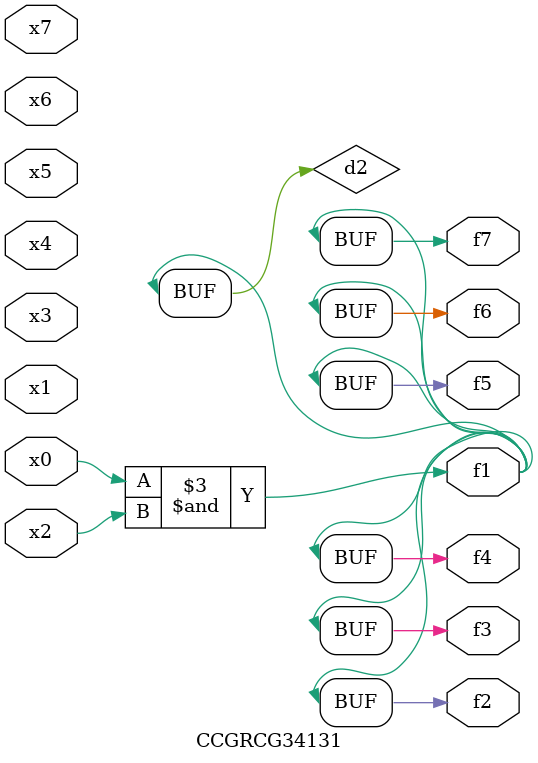
<source format=v>
module CCGRCG34131(
	input x0, x1, x2, x3, x4, x5, x6, x7,
	output f1, f2, f3, f4, f5, f6, f7
);

	wire d1, d2;

	nor (d1, x3, x6);
	and (d2, x0, x2);
	assign f1 = d2;
	assign f2 = d2;
	assign f3 = d2;
	assign f4 = d2;
	assign f5 = d2;
	assign f6 = d2;
	assign f7 = d2;
endmodule

</source>
